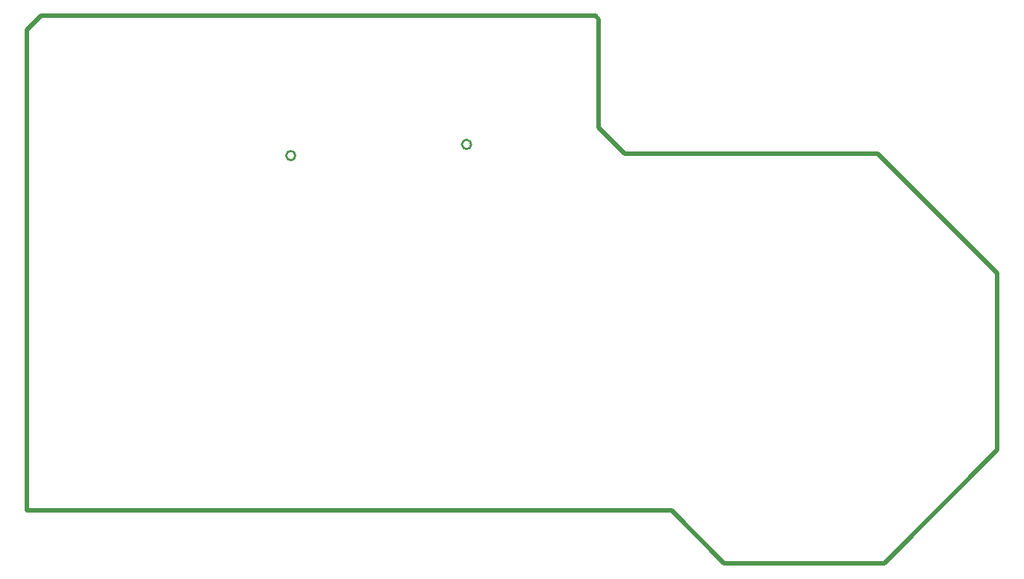
<source format=gm1>
G04 Layer_Color=16711935*
%FSLAX25Y25*%
%MOIN*%
G70*
G01*
G75*
%ADD10C,0.02000*%
%ADD27C,0.01000*%
D10*
X222018Y174500D02*
X229500D01*
X222018D02*
Y389018D01*
X228500Y395500D01*
X476000D01*
X477500Y394000D01*
Y345500D02*
Y394000D01*
Y345500D02*
X489000Y334000D01*
X602000D01*
X655500Y280500D01*
Y201500D02*
Y280500D01*
X605000Y151000D02*
X655500Y201500D01*
X533500Y151000D02*
X605000D01*
X510000Y174500D02*
X533500Y151000D01*
X229500Y174500D02*
X510000D01*
D27*
X342061Y333000D02*
G03*
X342061Y333000I-2062J0D01*
G01*
X420562Y338000D02*
G03*
X420562Y338000I-2062J0D01*
G01*
M02*

</source>
